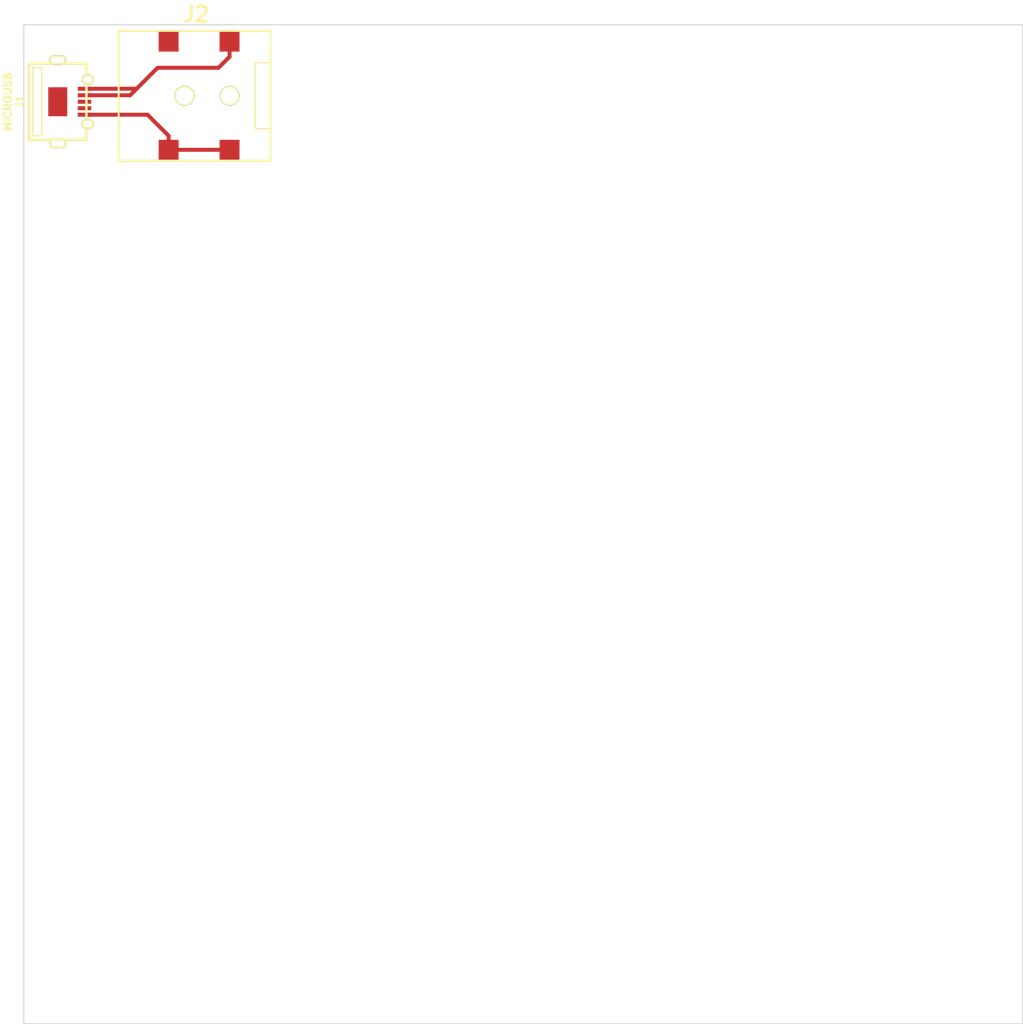
<source format=kicad_pcb>
(kicad_pcb (version 4) (host pcbnew "(2015-08-20 BZR 6109)-product")

  (general
    (links 4)
    (no_connects 3)
    (area 19.949999 17.749999 120.050001 117.850001)
    (thickness 1.6)
    (drawings 4)
    (tracks 11)
    (zones 0)
    (modules 2)
    (nets 3)
  )

  (page A)
  (layers
    (0 F.Cu signal)
    (31 B.Cu signal)
    (32 B.Adhes user)
    (33 F.Adhes user)
    (34 B.Paste user)
    (35 F.Paste user)
    (36 B.SilkS user)
    (37 F.SilkS user)
    (38 B.Mask user)
    (39 F.Mask user)
    (40 Dwgs.User user)
    (41 Cmts.User user)
    (42 Eco1.User user)
    (43 Eco2.User user)
    (44 Edge.Cuts user)
  )

  (setup
    (last_trace_width 0.4)
    (user_trace_width 0.1)
    (user_trace_width 0.2)
    (user_trace_width 0.25)
    (user_trace_width 0.3)
    (user_trace_width 0.35)
    (user_trace_width 0.4)
    (user_trace_width 0.5)
    (user_trace_width 0.6)
    (user_trace_width 0.7)
    (user_trace_width 0.8)
    (user_trace_width 0.9)
    (user_trace_width 1)
    (trace_clearance 0.08)
    (zone_clearance 0.6)
    (zone_45_only no)
    (trace_min 0.1)
    (segment_width 0.2)
    (edge_width 0.1)
    (via_size 0.7)
    (via_drill 0.4)
    (via_min_size 0.7)
    (via_min_drill 0.4)
    (uvia_size 0.4)
    (uvia_drill 0.127)
    (uvias_allowed no)
    (uvia_min_size 0.4)
    (uvia_min_drill 0.127)
    (pcb_text_width 0.3)
    (pcb_text_size 1.5 1.5)
    (mod_edge_width 0.15)
    (mod_text_size 1 1)
    (mod_text_width 0.15)
    (pad_size 0.6 1.35)
    (pad_drill 0)
    (pad_to_mask_clearance 0)
    (pad_to_paste_clearance_ratio -0.1)
    (aux_axis_origin 0 0)
    (visible_elements 7FFFFFFF)
    (pcbplotparams
      (layerselection 0x00030_80000001)
      (usegerberextensions false)
      (excludeedgelayer true)
      (linewidth 0.150000)
      (plotframeref false)
      (viasonmask false)
      (mode 1)
      (useauxorigin false)
      (hpglpennumber 1)
      (hpglpenspeed 20)
      (hpglpendiameter 15)
      (hpglpenoverlay 2)
      (psnegative false)
      (psa4output false)
      (plotreference true)
      (plotvalue true)
      (plotinvisibletext false)
      (padsonsilk false)
      (subtractmaskfromsilk false)
      (outputformat 2)
      (mirror false)
      (drillshape 0)
      (scaleselection 1)
      (outputdirectory ""))
  )

  (net 0 "")
  (net 1 "Net-(J1-Pad4)")
  (net 2 "Net-(J1-Pad1)")

  (net_class Default "This is the default net class."
    (clearance 0.08)
    (trace_width 0.25)
    (via_dia 0.7)
    (via_drill 0.4)
    (uvia_dia 0.4)
    (uvia_drill 0.127)
    (add_net "Net-(J1-Pad1)")
    (add_net "Net-(J1-Pad4)")
  )

  (module ted_connectors:TED_2.1mm_DC_SMD (layer F.Cu) (tedit 0) (tstamp 56CD28A3)
    (at 37.09988 24.9)
    (path /56CD4F87)
    (fp_text reference J2 (at 0.15748 -8.15848) (layer F.SilkS)
      (effects (font (thickness 0.3048)))
    )
    (fp_text value DC_2.1mm_3pin (at 0.1016 8.49884) (layer F.SilkS) hide
      (effects (font (thickness 0.3048)))
    )
    (fp_line (start 7.6 -3.3) (end 6.05 -3.3) (layer F.SilkS) (width 0.127))
    (fp_line (start 6.05 -3.3) (end 6.05 3.3) (layer F.SilkS) (width 0.127))
    (fp_line (start 6.05 3.3) (end 7.575 3.3) (layer F.SilkS) (width 0.127))
    (fp_line (start -7.59968 -6.5024) (end 7.59968 -6.5024) (layer F.SilkS) (width 0.20066))
    (fp_line (start 7.59968 -6.5024) (end 7.59968 6.5024) (layer F.SilkS) (width 0.20066))
    (fp_line (start 7.59968 6.5024) (end -7.59968 6.5024) (layer F.SilkS) (width 0.20066))
    (fp_line (start -7.59968 6.5024) (end -7.59968 -6.5024) (layer F.SilkS) (width 0.20066))
    (pad "" np_thru_hole circle (at -1.00076 0) (size 1.99898 1.99898) (drill 1.69926) (layers *.Cu *.Mask F.SilkS))
    (pad 1 smd rect (at 3.50012 5.4102) (size 1.99898 1.99898) (layers F.Cu F.Paste F.Mask)
      (net 2 "Net-(J1-Pad1)"))
    (pad 1 smd rect (at -2.60096 5.4102) (size 1.99898 1.99898) (layers F.Cu F.Paste F.Mask)
      (net 2 "Net-(J1-Pad1)"))
    (pad 2 smd rect (at 3.50012 -5.41528) (size 1.99898 1.99898) (layers F.Cu F.Paste F.Mask)
      (net 1 "Net-(J1-Pad4)"))
    (pad 3 smd rect (at -2.60096 -5.41528) (size 1.99898 1.99898) (layers F.Cu F.Paste F.Mask))
    (pad "" np_thru_hole circle (at 3.50012 0) (size 1.99898 1.99898) (drill 1.69926) (layers *.Cu *.Mask F.SilkS))
  )

  (module ted_connectors:TED_USB_MICRO_SMT (layer F.Cu) (tedit 56CE99C6) (tstamp 56CD288F)
    (at 23.4 25.5 270)
    (path /56CE9B77)
    (fp_text reference J1 (at 0 3.8 270) (layer F.SilkS)
      (effects (font (size 0.762 0.762) (thickness 0.1905)))
    )
    (fp_text value MICROUSB (at 0 5 270) (layer F.SilkS)
      (effects (font (size 0.762 0.762) (thickness 0.1905)))
    )
    (fp_line (start -3.4 1.6) (end -3.4 2.5) (layer F.SilkS) (width 0.127))
    (fp_line (start -3.4 2.5) (end 3.4 2.5) (layer F.SilkS) (width 0.127))
    (fp_line (start 3.4 2.5) (end 3.4 1.6) (layer F.SilkS) (width 0.127))
    (fp_line (start 3.4 1.6) (end -3.4 1.6) (layer F.SilkS) (width 0.127))
    (fp_line (start -3.81 -2.8702) (end 3.81 -2.8702) (layer F.SilkS) (width 0.254))
    (fp_line (start 3.81 -2.8702) (end 3.81 2.8702) (layer F.SilkS) (width 0.254))
    (fp_line (start 3.81 2.8702) (end -3.81 2.8702) (layer F.SilkS) (width 0.254))
    (fp_line (start -3.81 2.8702) (end -3.81 -2.8702) (layer F.SilkS) (width 0.254))
    (pad "" np_thru_hole oval (at 4.175 0 270) (size 1 1.7) (drill oval 0.6 1.3) (layers *.Cu *.Mask F.SilkS)
      (clearance 0.127))
    (pad "" np_thru_hole oval (at -4.175 0 270) (size 1 1.7) (drill oval 0.6 1.3) (layers *.Cu *.Mask F.SilkS)
      (clearance 0.127))
    (pad "" np_thru_hole oval (at 2.225 -3 270) (size 1.05 1.25) (drill oval 0.65 0.85) (layers *.Cu *.Mask F.SilkS)
      (clearance 0.127))
    (pad 2 smd rect (at 0.65 -2.675 270) (size 0.4 1.35) (layers F.Cu F.Paste F.Mask)
      (clearance 0.127))
    (pad 1 smd rect (at 1.3 -2.675 270) (size 0.4 1.35) (layers F.Cu F.Paste F.Mask)
      (net 2 "Net-(J1-Pad1)") (clearance 0.127))
    (pad 4 smd rect (at -0.65 -2.675 270) (size 0.4 1.35) (layers F.Cu F.Paste F.Mask)
      (net 1 "Net-(J1-Pad4)") (clearance 0.127))
    (pad 5 smd rect (at -1.3 -2.675 270) (size 0.4 1.35) (layers F.Cu F.Paste F.Mask)
      (net 1 "Net-(J1-Pad4)") (clearance 0.127))
    (pad 3 smd rect (at 0 -2.675 270) (size 0.4 1.35) (layers F.Cu F.Paste F.Mask)
      (clearance 0.127))
    (pad "" np_thru_hole oval (at -2.225 -3 270) (size 1.05 1.25) (drill oval 0.65 0.85) (layers *.Cu *.Mask F.SilkS)
      (clearance 0.127))
    (pad PAD smd rect (at 0 0 270) (size 2.9 1.9) (layers F.Cu F.Paste F.Mask))
  )

  (gr_line (start 120 17.8) (end 20 17.8) (angle 90) (layer Edge.Cuts) (width 0.1) (tstamp 524E6209))
  (gr_line (start 120 117.8) (end 120 17.8) (angle 90) (layer Edge.Cuts) (width 0.1) (tstamp 524E6225))
  (gr_line (start 20 117.8) (end 120 117.8) (angle 90) (layer Edge.Cuts) (width 0.1))
  (gr_line (start 20 17.8) (end 20 117.8) (angle 90) (layer Edge.Cuts) (width 0.1))

  (segment (start 26.075 24.85) (end 30.65 24.85) (width 0.4) (layer F.Cu) (net 1))
  (segment (start 30.65 24.85) (end 31.3 24.2) (width 0.4) (layer F.Cu) (net 1))
  (segment (start 39.5 22.1) (end 40.6 21) (width 0.4) (layer F.Cu) (net 1))
  (segment (start 40.6 21) (end 40.6 19.48472) (width 0.4) (layer F.Cu) (net 1))
  (segment (start 33.4 22.1) (end 39.5 22.1) (width 0.4) (layer F.Cu) (net 1))
  (segment (start 31.3 24.2) (end 33.4 22.1) (width 0.4) (layer F.Cu) (net 1))
  (segment (start 26.075 24.2) (end 31.3 24.2) (width 0.4) (layer F.Cu) (net 1))
  (segment (start 26.075 26.8) (end 32.38821 26.8) (width 0.4) (layer F.Cu) (net 2))
  (segment (start 32.38821 26.8) (end 34.49892 28.91071) (width 0.4) (layer F.Cu) (net 2))
  (segment (start 34.49892 28.91071) (end 34.49892 30.3102) (width 0.4) (layer F.Cu) (net 2))
  (segment (start 34.49892 30.3102) (end 40.6 30.3102) (width 0.4) (layer F.Cu) (net 2))

)

</source>
